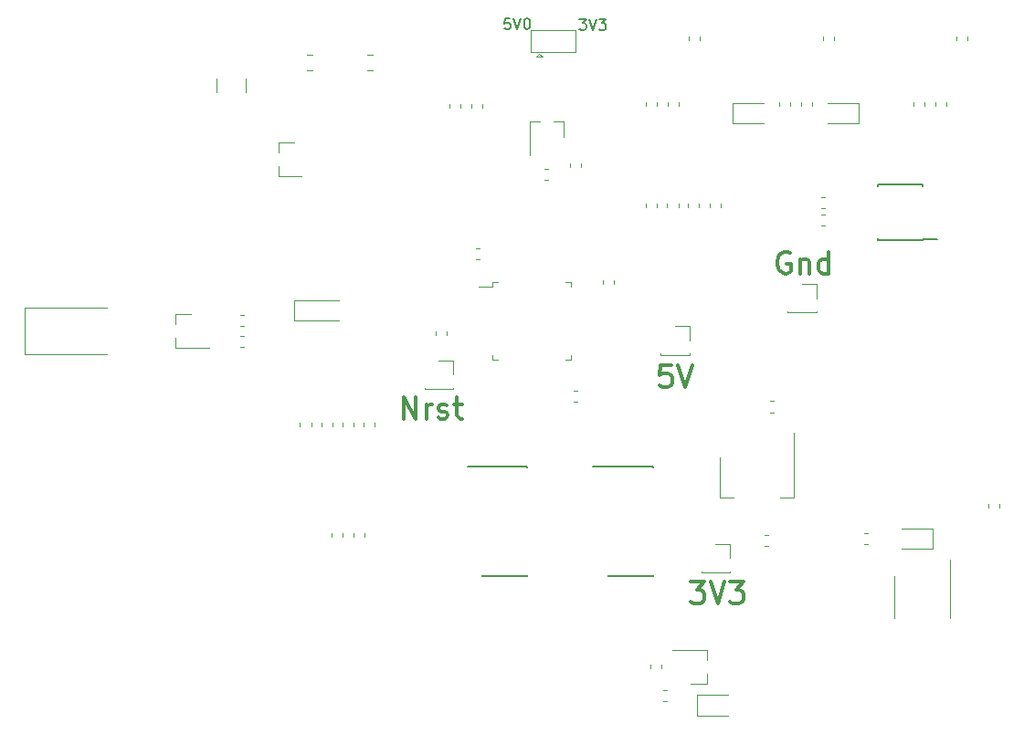
<source format=gbr>
%TF.GenerationSoftware,KiCad,Pcbnew,5.1.10*%
%TF.CreationDate,2021-08-09T17:29:30+03:00*%
%TF.ProjectId,stm32,73746d33-322e-46b6-9963-61645f706362,rev?*%
%TF.SameCoordinates,Original*%
%TF.FileFunction,Legend,Top*%
%TF.FilePolarity,Positive*%
%FSLAX46Y46*%
G04 Gerber Fmt 4.6, Leading zero omitted, Abs format (unit mm)*
G04 Created by KiCad (PCBNEW 5.1.10) date 2021-08-09 17:29:30*
%MOMM*%
%LPD*%
G01*
G04 APERTURE LIST*
%ADD10C,0.300000*%
%ADD11C,0.150000*%
%ADD12C,0.120000*%
G04 APERTURE END LIST*
D10*
X124269809Y-121993161D02*
X125507904Y-121993161D01*
X124841238Y-122755066D01*
X125126952Y-122755066D01*
X125317428Y-122850304D01*
X125412666Y-122945542D01*
X125507904Y-123136019D01*
X125507904Y-123612209D01*
X125412666Y-123802685D01*
X125317428Y-123897923D01*
X125126952Y-123993161D01*
X124555523Y-123993161D01*
X124365047Y-123897923D01*
X124269809Y-123802685D01*
X126079333Y-121993161D02*
X126746000Y-123993161D01*
X127412666Y-121993161D01*
X127888857Y-121993161D02*
X129126952Y-121993161D01*
X128460285Y-122755066D01*
X128746000Y-122755066D01*
X128936476Y-122850304D01*
X129031714Y-122945542D01*
X129126952Y-123136019D01*
X129126952Y-123612209D01*
X129031714Y-123802685D01*
X128936476Y-123897923D01*
X128746000Y-123993161D01*
X128174571Y-123993161D01*
X127984095Y-123897923D01*
X127888857Y-123802685D01*
X97656971Y-106873561D02*
X97656971Y-104873561D01*
X98799828Y-106873561D01*
X98799828Y-104873561D01*
X99752209Y-106873561D02*
X99752209Y-105540228D01*
X99752209Y-105921180D02*
X99847447Y-105730704D01*
X99942685Y-105635466D01*
X100133161Y-105540228D01*
X100323638Y-105540228D01*
X100895066Y-106778323D02*
X101085542Y-106873561D01*
X101466495Y-106873561D01*
X101656971Y-106778323D01*
X101752209Y-106587847D01*
X101752209Y-106492609D01*
X101656971Y-106302133D01*
X101466495Y-106206895D01*
X101180780Y-106206895D01*
X100990304Y-106111657D01*
X100895066Y-105921180D01*
X100895066Y-105825942D01*
X100990304Y-105635466D01*
X101180780Y-105540228D01*
X101466495Y-105540228D01*
X101656971Y-105635466D01*
X102323638Y-105540228D02*
X103085542Y-105540228D01*
X102609352Y-104873561D02*
X102609352Y-106587847D01*
X102704590Y-106778323D01*
X102895066Y-106873561D01*
X103085542Y-106873561D01*
X133435885Y-91506800D02*
X133245409Y-91411561D01*
X132959695Y-91411561D01*
X132673980Y-91506800D01*
X132483504Y-91697276D01*
X132388266Y-91887752D01*
X132293028Y-92268704D01*
X132293028Y-92554419D01*
X132388266Y-92935371D01*
X132483504Y-93125847D01*
X132673980Y-93316323D01*
X132959695Y-93411561D01*
X133150171Y-93411561D01*
X133435885Y-93316323D01*
X133531123Y-93221085D01*
X133531123Y-92554419D01*
X133150171Y-92554419D01*
X134388266Y-92078228D02*
X134388266Y-93411561D01*
X134388266Y-92268704D02*
X134483504Y-92173466D01*
X134673980Y-92078228D01*
X134959695Y-92078228D01*
X135150171Y-92173466D01*
X135245409Y-92363942D01*
X135245409Y-93411561D01*
X137054933Y-93411561D02*
X137054933Y-91411561D01*
X137054933Y-93316323D02*
X136864457Y-93411561D01*
X136483504Y-93411561D01*
X136293028Y-93316323D01*
X136197790Y-93221085D01*
X136102552Y-93030609D01*
X136102552Y-92459180D01*
X136197790Y-92268704D01*
X136293028Y-92173466D01*
X136483504Y-92078228D01*
X136864457Y-92078228D01*
X137054933Y-92173466D01*
X122428047Y-101927161D02*
X121475666Y-101927161D01*
X121380428Y-102879542D01*
X121475666Y-102784304D01*
X121666142Y-102689066D01*
X122142333Y-102689066D01*
X122332809Y-102784304D01*
X122428047Y-102879542D01*
X122523285Y-103070019D01*
X122523285Y-103546209D01*
X122428047Y-103736685D01*
X122332809Y-103831923D01*
X122142333Y-103927161D01*
X121666142Y-103927161D01*
X121475666Y-103831923D01*
X121380428Y-103736685D01*
X123094714Y-101927161D02*
X123761380Y-103927161D01*
X124428047Y-101927161D01*
D11*
X107511933Y-69759580D02*
X107035742Y-69759580D01*
X106988123Y-70235771D01*
X107035742Y-70188152D01*
X107130980Y-70140533D01*
X107369076Y-70140533D01*
X107464314Y-70188152D01*
X107511933Y-70235771D01*
X107559552Y-70331009D01*
X107559552Y-70569104D01*
X107511933Y-70664342D01*
X107464314Y-70711961D01*
X107369076Y-70759580D01*
X107130980Y-70759580D01*
X107035742Y-70711961D01*
X106988123Y-70664342D01*
X107845266Y-69759580D02*
X108178600Y-70759580D01*
X108511933Y-69759580D01*
X109035742Y-69759580D02*
X109130980Y-69759580D01*
X109226219Y-69807200D01*
X109273838Y-69854819D01*
X109321457Y-69950057D01*
X109369076Y-70140533D01*
X109369076Y-70378628D01*
X109321457Y-70569104D01*
X109273838Y-70664342D01*
X109226219Y-70711961D01*
X109130980Y-70759580D01*
X109035742Y-70759580D01*
X108940504Y-70711961D01*
X108892885Y-70664342D01*
X108845266Y-70569104D01*
X108797647Y-70378628D01*
X108797647Y-70140533D01*
X108845266Y-69950057D01*
X108892885Y-69854819D01*
X108940504Y-69807200D01*
X109035742Y-69759580D01*
X113950904Y-69810380D02*
X114569952Y-69810380D01*
X114236619Y-70191333D01*
X114379476Y-70191333D01*
X114474714Y-70238952D01*
X114522333Y-70286571D01*
X114569952Y-70381809D01*
X114569952Y-70619904D01*
X114522333Y-70715142D01*
X114474714Y-70762761D01*
X114379476Y-70810380D01*
X114093761Y-70810380D01*
X113998523Y-70762761D01*
X113950904Y-70715142D01*
X114855666Y-69810380D02*
X115189000Y-70810380D01*
X115522333Y-69810380D01*
X115760428Y-69810380D02*
X116379476Y-69810380D01*
X116046142Y-70191333D01*
X116189000Y-70191333D01*
X116284238Y-70238952D01*
X116331857Y-70286571D01*
X116379476Y-70381809D01*
X116379476Y-70619904D01*
X116331857Y-70715142D01*
X116284238Y-70762761D01*
X116189000Y-70810380D01*
X115903285Y-70810380D01*
X115808047Y-70762761D01*
X115760428Y-70715142D01*
%TO.C,U5*%
X116586200Y-111332800D02*
X115211200Y-111332800D01*
X116586200Y-121457800D02*
X120736200Y-121457800D01*
X116586200Y-111307800D02*
X120736200Y-111307800D01*
X116586200Y-121457800D02*
X116586200Y-121352800D01*
X120736200Y-121457800D02*
X120736200Y-121352800D01*
X120736200Y-111307800D02*
X120736200Y-111412800D01*
X116586200Y-111307800D02*
X116586200Y-111332800D01*
D12*
%TO.C,C1*%
X94235748Y-74547800D02*
X94758252Y-74547800D01*
X94235748Y-73127800D02*
X94758252Y-73127800D01*
%TO.C,C5*%
X104706267Y-92102400D02*
X104363733Y-92102400D01*
X104706267Y-91082400D02*
X104363733Y-91082400D01*
%TO.C,C6*%
X117096000Y-94419267D02*
X117096000Y-94076733D01*
X116076000Y-94419267D02*
X116076000Y-94076733D01*
%TO.C,C7*%
X113380733Y-104265000D02*
X113723267Y-104265000D01*
X113380733Y-105285000D02*
X113723267Y-105285000D01*
%TO.C,C4*%
X88673148Y-73127800D02*
X89195652Y-73127800D01*
X88673148Y-74547800D02*
X89195652Y-74547800D01*
%TO.C,C8*%
X100582000Y-98775733D02*
X100582000Y-99118267D01*
X101602000Y-98775733D02*
X101602000Y-99118267D01*
%TO.C,C9*%
X151813800Y-114800533D02*
X151813800Y-115143067D01*
X152833800Y-114800533D02*
X152833800Y-115143067D01*
%TO.C,C11*%
X131643333Y-105255600D02*
X131985867Y-105255600D01*
X131643333Y-106275600D02*
X131985867Y-106275600D01*
%TO.C,C12*%
X91607300Y-95889800D02*
X87522300Y-95889800D01*
X87522300Y-95889800D02*
X87522300Y-97759800D01*
X87522300Y-97759800D02*
X91607300Y-97759800D01*
%TO.C,C15*%
X131109933Y-117650800D02*
X131452467Y-117650800D01*
X131109933Y-118670800D02*
X131452467Y-118670800D01*
%TO.C,D10*%
X62557200Y-96554400D02*
X62557200Y-100854400D01*
X62557200Y-100854400D02*
X70107200Y-100854400D01*
X62557200Y-96554400D02*
X70107200Y-96554400D01*
D11*
%TO.C,D9*%
X145712000Y-90306600D02*
X145712000Y-90256600D01*
X141562000Y-90306600D02*
X141562000Y-90161600D01*
X141562000Y-85156600D02*
X141562000Y-85301600D01*
X145712000Y-85156600D02*
X145712000Y-85301600D01*
X145712000Y-90306600D02*
X141562000Y-90306600D01*
X145712000Y-85156600D02*
X141562000Y-85156600D01*
X145712000Y-90256600D02*
X147112000Y-90256600D01*
D12*
%TO.C,D11*%
X143821800Y-118968400D02*
X146681800Y-118968400D01*
X146681800Y-118968400D02*
X146681800Y-117048400D01*
X146681800Y-117048400D02*
X143821800Y-117048400D01*
%TO.C,Q5*%
X143134400Y-123383600D02*
X143134400Y-125333600D01*
X143134400Y-123383600D02*
X143134400Y-121433600D01*
X148254400Y-123383600D02*
X148254400Y-125333600D01*
X148254400Y-123383600D02*
X148254400Y-119933600D01*
%TO.C,R2*%
X92987400Y-117822767D02*
X92987400Y-117480233D01*
X94007400Y-117822767D02*
X94007400Y-117480233D01*
%TO.C,R14*%
X101902800Y-77691133D02*
X101902800Y-78033667D01*
X102922800Y-77691133D02*
X102922800Y-78033667D01*
%TO.C,R15*%
X104929400Y-77691133D02*
X104929400Y-78033667D01*
X103909400Y-77691133D02*
X103909400Y-78033667D01*
%TO.C,R20*%
X82466333Y-98300000D02*
X82808867Y-98300000D01*
X82466333Y-97280000D02*
X82808867Y-97280000D01*
%TO.C,R21*%
X82466333Y-99185000D02*
X82808867Y-99185000D01*
X82466333Y-100205000D02*
X82808867Y-100205000D01*
%TO.C,R30*%
X136710267Y-88978200D02*
X136367733Y-88978200D01*
X136710267Y-87958200D02*
X136367733Y-87958200D01*
%TO.C,R31*%
X136710267Y-87378000D02*
X136367733Y-87378000D01*
X136710267Y-86358000D02*
X136367733Y-86358000D01*
%TO.C,R19*%
X80326400Y-76559164D02*
X80326400Y-75355036D01*
X83046400Y-76559164D02*
X83046400Y-75355036D01*
%TO.C,R1*%
X92000800Y-117822767D02*
X92000800Y-117480233D01*
X90980800Y-117822767D02*
X90980800Y-117480233D01*
%TO.C,R34*%
X140695467Y-117498400D02*
X140352933Y-117498400D01*
X140695467Y-118518400D02*
X140352933Y-118518400D01*
%TO.C,R16*%
X120482900Y-129672233D02*
X120482900Y-130014767D01*
X121502900Y-129672233D02*
X121502900Y-130014767D01*
%TO.C,R18*%
X121699233Y-133059900D02*
X122041767Y-133059900D01*
X121699233Y-132039900D02*
X122041767Y-132039900D01*
%TO.C,TP1*%
X122809000Y-98314200D02*
X124139000Y-98314200D01*
X124139000Y-98314200D02*
X124139000Y-99644200D01*
X124139000Y-100854200D02*
X124139000Y-100974200D01*
X121479000Y-100854200D02*
X121479000Y-100974200D01*
X121479000Y-100974200D02*
X124139000Y-100974200D01*
%TO.C,TP2*%
X125238200Y-121141800D02*
X127898200Y-121141800D01*
X125238200Y-121021800D02*
X125238200Y-121141800D01*
X127898200Y-121021800D02*
X127898200Y-121141800D01*
X127898200Y-118481800D02*
X127898200Y-119811800D01*
X126568200Y-118481800D02*
X127898200Y-118481800D01*
D11*
%TO.C,U4*%
X104953000Y-111307800D02*
X104953000Y-111332800D01*
X109103000Y-111307800D02*
X109103000Y-111412800D01*
X109103000Y-121457800D02*
X109103000Y-121352800D01*
X104953000Y-121457800D02*
X104953000Y-121352800D01*
X104953000Y-111307800D02*
X109103000Y-111307800D01*
X104953000Y-121457800D02*
X109103000Y-121457800D01*
X104953000Y-111332800D02*
X103578000Y-111332800D01*
D12*
%TO.C,U2*%
X112662500Y-101404000D02*
X113112500Y-101404000D01*
X113112500Y-101404000D02*
X113112500Y-100954000D01*
X106342500Y-101404000D02*
X105892500Y-101404000D01*
X105892500Y-101404000D02*
X105892500Y-100954000D01*
X112662500Y-94184000D02*
X113112500Y-94184000D01*
X113112500Y-94184000D02*
X113112500Y-94634000D01*
X106342500Y-94184000D02*
X105892500Y-94184000D01*
X105892500Y-94184000D02*
X105892500Y-94634000D01*
X105892500Y-94634000D02*
X104602500Y-94634000D01*
%TO.C,D2*%
X130980800Y-77576800D02*
X128120800Y-77576800D01*
X128120800Y-77576800D02*
X128120800Y-79496800D01*
X128120800Y-79496800D02*
X130980800Y-79496800D01*
%TO.C,D5*%
X139841800Y-77576800D02*
X136981800Y-77576800D01*
X139841800Y-79496800D02*
X139841800Y-77576800D01*
X136981800Y-79496800D02*
X139841800Y-79496800D01*
%TO.C,R4*%
X148892800Y-71419933D02*
X148892800Y-71762467D01*
X149912800Y-71419933D02*
X149912800Y-71762467D01*
%TO.C,R5*%
X146924300Y-77830467D02*
X146924300Y-77487933D01*
X147944300Y-77830467D02*
X147944300Y-77487933D01*
%TO.C,R6*%
X145899600Y-77830467D02*
X145899600Y-77487933D01*
X144879600Y-77830467D02*
X144879600Y-77487933D01*
%TO.C,R7*%
X136523000Y-71419933D02*
X136523000Y-71762467D01*
X137543000Y-71419933D02*
X137543000Y-71762467D01*
%TO.C,R8*%
X134491000Y-77830467D02*
X134491000Y-77487933D01*
X135511000Y-77830467D02*
X135511000Y-77487933D01*
%TO.C,R9*%
X133504400Y-77830467D02*
X133504400Y-77487933D01*
X132484400Y-77830467D02*
X132484400Y-77487933D01*
%TO.C,R10*%
X125097000Y-71419933D02*
X125097000Y-71762467D01*
X124077000Y-71419933D02*
X124077000Y-71762467D01*
%TO.C,R11*%
X123115800Y-77830467D02*
X123115800Y-77487933D01*
X122095800Y-77830467D02*
X122095800Y-77487933D01*
%TO.C,R12*%
X120063800Y-77830467D02*
X120063800Y-77487933D01*
X121083800Y-77830467D02*
X121083800Y-77487933D01*
%TO.C,R22*%
X88048500Y-107589367D02*
X88048500Y-107246833D01*
X89068500Y-107589367D02*
X89068500Y-107246833D01*
%TO.C,R23*%
X90004300Y-107589367D02*
X90004300Y-107246833D01*
X91024300Y-107589367D02*
X91024300Y-107246833D01*
%TO.C,R24*%
X91985500Y-107589367D02*
X91985500Y-107246833D01*
X93005500Y-107589367D02*
X93005500Y-107246833D01*
%TO.C,R25*%
X94986700Y-107589367D02*
X94986700Y-107246833D01*
X93966700Y-107589367D02*
X93966700Y-107246833D01*
%TO.C,R26*%
X126058200Y-87241167D02*
X126058200Y-86898633D01*
X127078200Y-87241167D02*
X127078200Y-86898633D01*
%TO.C,R27*%
X125008100Y-87241167D02*
X125008100Y-86898633D01*
X123988100Y-87241167D02*
X123988100Y-86898633D01*
%TO.C,R28*%
X122083100Y-87241167D02*
X122083100Y-86898633D01*
X123103100Y-87241167D02*
X123103100Y-86898633D01*
%TO.C,R29*%
X121083800Y-87241167D02*
X121083800Y-86898633D01*
X120063800Y-87241167D02*
X120063800Y-86898633D01*
%TO.C,R32*%
X110660333Y-84761800D02*
X111002867Y-84761800D01*
X110660333Y-83741800D02*
X111002867Y-83741800D01*
%TO.C,R33*%
X114073400Y-83545467D02*
X114073400Y-83202933D01*
X113053400Y-83545467D02*
X113053400Y-83202933D01*
%TO.C,TP3*%
X100914200Y-101463800D02*
X102244200Y-101463800D01*
X102244200Y-101463800D02*
X102244200Y-102793800D01*
X102244200Y-104003800D02*
X102244200Y-104123800D01*
X99584200Y-104003800D02*
X99584200Y-104123800D01*
X99584200Y-104123800D02*
X102244200Y-104123800D01*
%TO.C,TP4*%
X133239200Y-97037200D02*
X135899200Y-97037200D01*
X133239200Y-96917200D02*
X133239200Y-97037200D01*
X135899200Y-96917200D02*
X135899200Y-97037200D01*
X135899200Y-94377200D02*
X135899200Y-95707200D01*
X134569200Y-94377200D02*
X135899200Y-94377200D01*
%TO.C,D8*%
X86041200Y-81224000D02*
X87501200Y-81224000D01*
X86041200Y-84384000D02*
X88201200Y-84384000D01*
X86041200Y-84384000D02*
X86041200Y-83454000D01*
X86041200Y-81224000D02*
X86041200Y-82154000D01*
%TO.C,Q2*%
X125739300Y-131488300D02*
X124279300Y-131488300D01*
X125739300Y-128328300D02*
X122579300Y-128328300D01*
X125739300Y-128328300D02*
X125739300Y-129258300D01*
X125739300Y-131488300D02*
X125739300Y-130558300D01*
%TO.C,Q3*%
X76480000Y-97165000D02*
X77940000Y-97165000D01*
X76480000Y-100325000D02*
X79640000Y-100325000D01*
X76480000Y-100325000D02*
X76480000Y-99395000D01*
X76480000Y-97165000D02*
X76480000Y-98095000D01*
%TO.C,Q4*%
X112476400Y-79276800D02*
X111546400Y-79276800D01*
X109316400Y-79276800D02*
X110246400Y-79276800D01*
X109316400Y-79276800D02*
X109316400Y-82436800D01*
X112476400Y-79276800D02*
X112476400Y-80736800D01*
%TO.C,U6*%
X133813600Y-108193000D02*
X133813600Y-114203000D01*
X126993600Y-110443000D02*
X126993600Y-114203000D01*
X133813600Y-114203000D02*
X132553600Y-114203000D01*
X126993600Y-114203000D02*
X128253600Y-114203000D01*
%TO.C,D7*%
X124877000Y-134437000D02*
X127737000Y-134437000D01*
X124877000Y-132517000D02*
X124877000Y-134437000D01*
X127737000Y-132517000D02*
X124877000Y-132517000D01*
%TO.C,JP1*%
X110206000Y-73031200D02*
X110506000Y-73331200D01*
X109906000Y-73331200D02*
X110506000Y-73331200D01*
X110206000Y-73031200D02*
X109906000Y-73331200D01*
X109456000Y-72831200D02*
X109456000Y-70831200D01*
X113556000Y-72831200D02*
X109456000Y-72831200D01*
X113556000Y-70831200D02*
X113556000Y-72831200D01*
X109456000Y-70831200D02*
X113556000Y-70831200D01*
%TD*%
M02*

</source>
